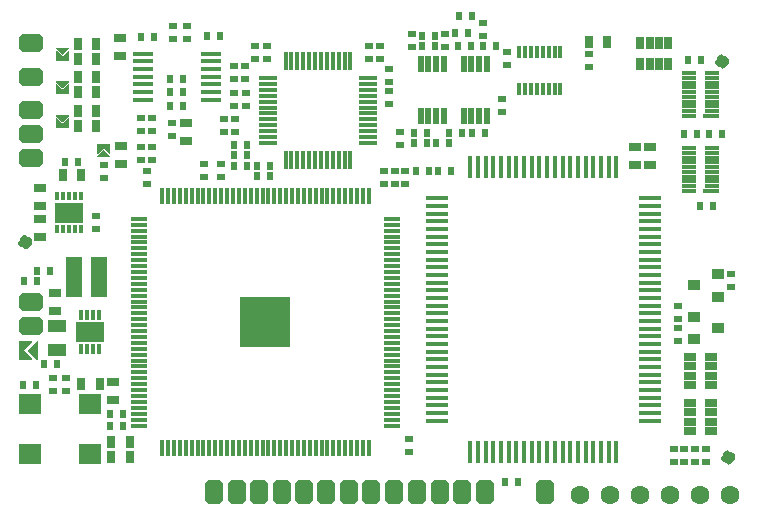
<source format=gts>
G04*
G04 #@! TF.GenerationSoftware,Altium Limited,Altium Designer,22.6.1 (34)*
G04*
G04 Layer_Color=8388736*
%FSLAX24Y24*%
%MOIN*%
G70*
G04*
G04 #@! TF.SameCoordinates,BFD713BD-E5D5-4BF8-98F0-1AC20243F701*
G04*
G04*
G04 #@! TF.FilePolarity,Negative*
G04*
G01*
G75*
%ADD44C,0.0354*%
%ADD45R,0.0157X0.0433*%
%ADD46R,0.0197X0.0551*%
%ADD47R,0.0413X0.0256*%
%ADD48R,0.0650X0.0177*%
%ADD49R,0.0615X0.0149*%
%ADD50R,0.0149X0.0615*%
%ADD51R,0.0138X0.0354*%
%ADD52R,0.0968X0.0685*%
%ADD53R,0.0079X0.0079*%
%ADD54R,0.0748X0.0669*%
%ADD55R,0.0572X0.0149*%
%ADD56R,0.0149X0.0572*%
%ADD57R,0.1669X0.1669*%
%ADD58R,0.0492X0.0118*%
%ADD59R,0.0531X0.0118*%
%ADD60R,0.0079X0.0079*%
G04:AMPARAMS|DCode=61|XSize=63mil|YSize=82.7mil|CornerRadius=0mil|HoleSize=0mil|Usage=FLASHONLY|Rotation=90.000|XOffset=0mil|YOffset=0mil|HoleType=Round|Shape=Octagon|*
%AMOCTAGOND61*
4,1,8,-0.0413,-0.0157,-0.0413,0.0157,-0.0256,0.0315,0.0256,0.0315,0.0413,0.0157,0.0413,-0.0157,0.0256,-0.0315,-0.0256,-0.0315,-0.0413,-0.0157,0.0*
%
%ADD61OCTAGOND61*%

%ADD62R,0.0748X0.0177*%
%ADD63R,0.0177X0.0748*%
%ADD64R,0.0394X0.0354*%
%ADD65R,0.0236X0.0276*%
%ADD66R,0.0138X0.0315*%
%ADD67R,0.0957X0.0689*%
%ADD68R,0.0551X0.1378*%
%ADD69R,0.0276X0.0236*%
%ADD70R,0.0591X0.0433*%
%ADD71R,0.0433X0.0295*%
%ADD72R,0.0295X0.0433*%
%ADD73R,0.0295X0.0394*%
%ADD74R,0.0394X0.0295*%
G04:AMPARAMS|DCode=75|XSize=63mil|YSize=82.7mil|CornerRadius=0mil|HoleSize=0mil|Usage=FLASHONLY|Rotation=180.000|XOffset=0mil|YOffset=0mil|HoleType=Round|Shape=Octagon|*
%AMOCTAGOND75*
4,1,8,0.0157,-0.0413,-0.0157,-0.0413,-0.0315,-0.0256,-0.0315,0.0256,-0.0157,0.0413,0.0157,0.0413,0.0315,0.0256,0.0315,-0.0256,0.0157,-0.0413,0.0*
%
%ADD75OCTAGOND75*%

%ADD76R,0.0256X0.0413*%
%ADD77C,0.0630*%
%ADD78C,0.1220*%
G36*
X1854Y15423D02*
X1858Y15422D01*
X1861Y15420D01*
X1864Y15418D01*
X1867Y15415D01*
X1869Y15411D01*
X1870Y15407D01*
X1870Y15404D01*
X1870Y15400D01*
X1870Y15400D01*
X1869Y15396D01*
X1867Y15393D01*
X1865Y15391D01*
X1864Y15390D01*
X1864Y15390D01*
X1668Y15193D01*
X1665Y15190D01*
X1661Y15188D01*
X1657Y15187D01*
X1654Y15187D01*
X1650Y15187D01*
X1646Y15188D01*
X1643Y15190D01*
X1640Y15193D01*
X1640Y15193D01*
X1443Y15390D01*
X1440Y15393D01*
X1438Y15396D01*
X1438Y15397D01*
X1437Y15400D01*
X1437Y15402D01*
X1437Y15404D01*
X1437Y15405D01*
X1437Y15407D01*
X1438Y15410D01*
X1438Y15411D01*
X1440Y15415D01*
X1443Y15418D01*
X1446Y15420D01*
X1449Y15422D01*
X1450Y15422D01*
X1453Y15423D01*
X1455Y15423D01*
X1457Y15423D01*
X1457Y15423D01*
X1850D01*
X1850Y15423D01*
X1854Y15423D01*
D02*
G37*
G36*
Y15325D02*
X1858Y15323D01*
X1861Y15322D01*
X1864Y15319D01*
X1867Y15316D01*
X1869Y15313D01*
X1870Y15309D01*
X1870Y15305D01*
X1870Y15305D01*
Y15010D01*
X1870Y15006D01*
X1869Y15002D01*
X1867Y14999D01*
X1864Y14996D01*
X1861Y14993D01*
X1858Y14992D01*
X1854Y14990D01*
X1850Y14990D01*
X1457D01*
X1453Y14990D01*
X1449Y14992D01*
X1446Y14993D01*
X1443Y14996D01*
X1440Y14999D01*
X1438Y15002D01*
X1437Y15006D01*
X1437Y15010D01*
Y15305D01*
X1437Y15305D01*
X1437Y15307D01*
X1437Y15309D01*
X1438Y15312D01*
X1438Y15313D01*
X1440Y15316D01*
X1443Y15319D01*
X1446Y15322D01*
X1449Y15323D01*
X1450Y15324D01*
X1453Y15325D01*
X1455Y15325D01*
X1457Y15325D01*
X1459Y15325D01*
X1461Y15325D01*
X1463Y15324D01*
X1464Y15323D01*
X1468Y15322D01*
X1471Y15319D01*
X1654Y15136D01*
X1836Y15319D01*
X1839Y15322D01*
X1843Y15323D01*
X1847Y15325D01*
X1850Y15325D01*
X1854Y15325D01*
D02*
G37*
G36*
Y14301D02*
X1858Y14300D01*
X1861Y14298D01*
X1864Y14295D01*
X1867Y14292D01*
X1869Y14289D01*
X1870Y14285D01*
X1870Y14282D01*
X1870Y14278D01*
X1870Y14278D01*
X1869Y14274D01*
X1867Y14271D01*
X1865Y14269D01*
X1864Y14268D01*
X1864Y14267D01*
X1668Y14071D01*
X1665Y14068D01*
X1661Y14066D01*
X1657Y14065D01*
X1654Y14065D01*
X1650Y14065D01*
X1646Y14066D01*
X1643Y14068D01*
X1640Y14071D01*
X1640Y14071D01*
X1443Y14268D01*
X1440Y14271D01*
X1438Y14274D01*
X1438Y14275D01*
X1437Y14278D01*
X1437Y14280D01*
X1437Y14282D01*
X1437Y14283D01*
X1437Y14285D01*
X1438Y14288D01*
X1438Y14289D01*
X1440Y14292D01*
X1443Y14295D01*
X1446Y14298D01*
X1449Y14300D01*
X1450Y14300D01*
X1453Y14301D01*
X1455Y14301D01*
X1457Y14301D01*
X1457Y14301D01*
X1850D01*
X1850Y14301D01*
X1854Y14301D01*
D02*
G37*
G36*
Y14202D02*
X1858Y14201D01*
X1861Y14200D01*
X1864Y14197D01*
X1867Y14194D01*
X1869Y14191D01*
X1870Y14187D01*
X1870Y14183D01*
X1870Y14183D01*
Y13888D01*
X1870Y13884D01*
X1869Y13880D01*
X1867Y13877D01*
X1864Y13874D01*
X1861Y13871D01*
X1858Y13870D01*
X1854Y13868D01*
X1850Y13868D01*
X1457D01*
X1453Y13868D01*
X1449Y13870D01*
X1446Y13871D01*
X1443Y13874D01*
X1440Y13877D01*
X1438Y13880D01*
X1437Y13884D01*
X1437Y13888D01*
Y14183D01*
X1437Y14183D01*
X1437Y14185D01*
X1437Y14187D01*
X1438Y14190D01*
X1438Y14191D01*
X1440Y14194D01*
X1443Y14197D01*
X1446Y14200D01*
X1449Y14201D01*
X1450Y14202D01*
X1453Y14202D01*
X1455Y14203D01*
X1457Y14203D01*
X1459Y14203D01*
X1461Y14202D01*
X1463Y14202D01*
X1464Y14201D01*
X1468Y14200D01*
X1471Y14197D01*
X1654Y14014D01*
X1836Y14197D01*
X1839Y14200D01*
X1843Y14201D01*
X1847Y14202D01*
X1850Y14203D01*
X1854Y14202D01*
D02*
G37*
G36*
Y13179D02*
X1858Y13178D01*
X1861Y13176D01*
X1864Y13173D01*
X1867Y13170D01*
X1869Y13167D01*
X1870Y13163D01*
X1870Y13159D01*
X1870Y13156D01*
X1870Y13156D01*
X1869Y13152D01*
X1867Y13148D01*
X1865Y13147D01*
X1864Y13145D01*
X1864Y13145D01*
X1668Y12949D01*
X1665Y12946D01*
X1661Y12944D01*
X1657Y12943D01*
X1654Y12943D01*
X1650Y12943D01*
X1646Y12944D01*
X1643Y12946D01*
X1640Y12949D01*
X1640Y12949D01*
X1443Y13145D01*
X1440Y13148D01*
X1438Y13152D01*
X1438Y13153D01*
X1437Y13156D01*
X1437Y13158D01*
X1437Y13159D01*
X1437Y13161D01*
X1437Y13163D01*
X1438Y13166D01*
X1438Y13167D01*
X1440Y13170D01*
X1443Y13173D01*
X1446Y13176D01*
X1449Y13178D01*
X1450Y13178D01*
X1453Y13179D01*
X1455Y13179D01*
X1457Y13179D01*
X1457Y13179D01*
X1850D01*
X1850Y13179D01*
X1854Y13179D01*
D02*
G37*
G36*
Y13080D02*
X1858Y13079D01*
X1861Y13077D01*
X1864Y13075D01*
X1867Y13072D01*
X1869Y13069D01*
X1870Y13065D01*
X1870Y13061D01*
X1870Y13061D01*
Y12766D01*
X1870Y12762D01*
X1869Y12758D01*
X1867Y12755D01*
X1864Y12752D01*
X1861Y12749D01*
X1858Y12747D01*
X1854Y12746D01*
X1850Y12746D01*
X1457D01*
X1453Y12746D01*
X1449Y12747D01*
X1446Y12749D01*
X1443Y12752D01*
X1440Y12755D01*
X1438Y12758D01*
X1437Y12762D01*
X1437Y12766D01*
Y13061D01*
X1437Y13061D01*
X1437Y13063D01*
X1437Y13065D01*
X1438Y13068D01*
X1438Y13069D01*
X1440Y13072D01*
X1443Y13075D01*
X1446Y13077D01*
X1449Y13079D01*
X1450Y13080D01*
X1453Y13080D01*
X1455Y13081D01*
X1457Y13081D01*
X1459Y13081D01*
X1461Y13080D01*
X1463Y13080D01*
X1464Y13079D01*
X1468Y13077D01*
X1471Y13075D01*
X1654Y12892D01*
X1836Y13075D01*
X1839Y13077D01*
X1843Y13079D01*
X1847Y13080D01*
X1850Y13081D01*
X1854Y13080D01*
D02*
G37*
G36*
X3222Y12214D02*
X3226Y12213D01*
X3229Y12211D01*
X3232Y12209D01*
X3235Y12206D01*
X3237Y12202D01*
X3238Y12199D01*
X3238Y12195D01*
Y11900D01*
X3238Y11900D01*
X3238Y11898D01*
X3238Y11896D01*
X3237Y11893D01*
X3237Y11892D01*
X3235Y11889D01*
X3232Y11886D01*
X3229Y11883D01*
X3226Y11881D01*
X3225Y11881D01*
X3222Y11880D01*
X3220Y11880D01*
X3219Y11880D01*
X3217Y11880D01*
X3215Y11880D01*
X3212Y11881D01*
X3211Y11881D01*
X3208Y11883D01*
X3205Y11886D01*
X3022Y12068D01*
X2839Y11886D01*
X2836Y11883D01*
X2832Y11881D01*
X2829Y11880D01*
X2825Y11880D01*
X2821Y11880D01*
X2817Y11881D01*
X2814Y11883D01*
X2811Y11886D01*
X2808Y11889D01*
X2807Y11892D01*
X2805Y11896D01*
X2805Y11900D01*
X2805Y11900D01*
Y12195D01*
X2805Y12199D01*
X2807Y12202D01*
X2808Y12206D01*
X2811Y12209D01*
X2814Y12211D01*
X2817Y12213D01*
X2821Y12214D01*
X2825Y12215D01*
X3219D01*
X3222Y12214D01*
D02*
G37*
G36*
X3026Y12017D02*
X3029Y12016D01*
X3033Y12014D01*
X3036Y12012D01*
X3036Y12012D01*
X3232Y11815D01*
X3235Y11812D01*
X3237Y11809D01*
X3237Y11808D01*
X3238Y11805D01*
X3238Y11803D01*
X3238Y11801D01*
X3238Y11799D01*
X3238Y11797D01*
X3237Y11794D01*
X3237Y11794D01*
X3235Y11790D01*
X3232Y11787D01*
X3229Y11785D01*
X3226Y11783D01*
X3225Y11783D01*
X3222Y11782D01*
X3220Y11782D01*
X3219Y11781D01*
X3218Y11781D01*
X2825D01*
X2825Y11781D01*
X2821Y11782D01*
X2817Y11783D01*
X2814Y11785D01*
X2811Y11787D01*
X2808Y11790D01*
X2807Y11794D01*
X2805Y11797D01*
X2805Y11801D01*
X2805Y11805D01*
X2805Y11805D01*
X2807Y11809D01*
X2808Y11812D01*
X2810Y11814D01*
X2811Y11815D01*
X2811Y11815D01*
X3008Y12012D01*
X3011Y12014D01*
X3014Y12016D01*
X3018Y12017D01*
X3022Y12018D01*
X3026Y12017D01*
D02*
G37*
G36*
X809Y5650D02*
X811Y5649D01*
X814Y5648D01*
X815Y5648D01*
X818Y5646D01*
X821Y5644D01*
X824Y5641D01*
X825Y5637D01*
X826Y5637D01*
X826Y5634D01*
X827Y5632D01*
X827Y5630D01*
X827Y5630D01*
Y5039D01*
X827Y5039D01*
X827Y5037D01*
X826Y5036D01*
X826Y5033D01*
X825Y5032D01*
X824Y5028D01*
X821Y5025D01*
X818Y5023D01*
X815Y5021D01*
X814Y5021D01*
X811Y5020D01*
X809Y5020D01*
X807Y5020D01*
X805Y5020D01*
X803Y5020D01*
X800Y5021D01*
X800Y5021D01*
X796Y5023D01*
X793Y5025D01*
X498Y5321D01*
X495Y5324D01*
X494Y5327D01*
X492Y5331D01*
X492Y5335D01*
X492Y5339D01*
X493Y5341D01*
X494Y5342D01*
X495Y5346D01*
X498Y5349D01*
X498Y5349D01*
X793Y5644D01*
X796Y5646D01*
X800Y5648D01*
X800Y5648D01*
X803Y5649D01*
X805Y5650D01*
X807Y5650D01*
X809Y5650D01*
D02*
G37*
G36*
X622Y5650D02*
X624Y5649D01*
X628Y5648D01*
X631Y5646D01*
X634Y5644D01*
X637Y5641D01*
X638Y5637D01*
X639Y5637D01*
X639Y5634D01*
X640Y5632D01*
X640Y5630D01*
X640Y5628D01*
X639Y5626D01*
X638Y5622D01*
X637Y5619D01*
X634Y5616D01*
X353Y5335D01*
X634Y5053D01*
X634Y5053D01*
X635Y5052D01*
X637Y5050D01*
X638Y5047D01*
X639Y5043D01*
X640Y5043D01*
X640Y5039D01*
X639Y5036D01*
X638Y5032D01*
X637Y5028D01*
X634Y5025D01*
X631Y5023D01*
X628Y5021D01*
X624Y5020D01*
X620Y5020D01*
X620Y5020D01*
X217Y5020D01*
X213Y5020D01*
X209Y5021D01*
X206Y5023D01*
X203Y5025D01*
X200Y5028D01*
X198Y5032D01*
X197Y5036D01*
X197Y5039D01*
Y5630D01*
X197Y5634D01*
X198Y5637D01*
X200Y5641D01*
X203Y5644D01*
X206Y5646D01*
X209Y5648D01*
X213Y5649D01*
X217Y5650D01*
X620D01*
X620Y5650D01*
X622Y5650D01*
D02*
G37*
D44*
X463Y8937D02*
G03*
X463Y8937I-59J0D01*
G01*
X23898Y1762D02*
G03*
X23898Y1762I-59J0D01*
G01*
X23691Y14961D02*
G03*
X23691Y14961I-59J0D01*
G01*
D45*
X17067Y14055D02*
D03*
X16870D02*
D03*
X17264D02*
D03*
X16870Y15276D02*
D03*
X17067D02*
D03*
X17657Y14055D02*
D03*
X17854D02*
D03*
X17461D02*
D03*
X18051D02*
D03*
X18248D02*
D03*
X17657Y15276D02*
D03*
X17264D02*
D03*
X17461D02*
D03*
X17854D02*
D03*
X18248D02*
D03*
X18051D02*
D03*
D46*
X14360Y14892D02*
D03*
X14104D02*
D03*
X13848D02*
D03*
X14360Y13159D02*
D03*
X13848D02*
D03*
X14104D02*
D03*
X13593Y14892D02*
D03*
Y13159D02*
D03*
X15276D02*
D03*
X15020D02*
D03*
Y14892D02*
D03*
X15787Y13159D02*
D03*
X15531D02*
D03*
X15787Y14892D02*
D03*
X15276D02*
D03*
X15531D02*
D03*
D47*
X23268Y3583D02*
D03*
Y3268D02*
D03*
Y2638D02*
D03*
Y2953D02*
D03*
X22559Y3583D02*
D03*
Y3268D02*
D03*
Y2638D02*
D03*
Y2953D02*
D03*
Y5118D02*
D03*
Y4803D02*
D03*
Y4488D02*
D03*
Y4173D02*
D03*
X23268Y5118D02*
D03*
Y4803D02*
D03*
Y4488D02*
D03*
Y4173D02*
D03*
D48*
X6594Y14961D02*
D03*
Y14705D02*
D03*
Y15217D02*
D03*
Y14193D02*
D03*
Y14449D02*
D03*
Y13937D02*
D03*
Y13681D02*
D03*
X4331Y13937D02*
D03*
Y14193D02*
D03*
Y14961D02*
D03*
Y15217D02*
D03*
Y14449D02*
D03*
Y14705D02*
D03*
Y13681D02*
D03*
D49*
X11827Y14409D02*
D03*
Y14016D02*
D03*
Y13819D02*
D03*
Y14213D02*
D03*
Y13622D02*
D03*
Y13425D02*
D03*
Y13228D02*
D03*
Y12835D02*
D03*
Y12638D02*
D03*
Y13032D02*
D03*
Y12441D02*
D03*
Y12244D02*
D03*
X8507Y14409D02*
D03*
Y14016D02*
D03*
Y13819D02*
D03*
Y14213D02*
D03*
Y13622D02*
D03*
Y13425D02*
D03*
Y13228D02*
D03*
Y12835D02*
D03*
Y12638D02*
D03*
Y13032D02*
D03*
Y12441D02*
D03*
Y12244D02*
D03*
D50*
X11053Y14987D02*
D03*
X11250D02*
D03*
X10659D02*
D03*
X10856D02*
D03*
X10463D02*
D03*
X10266D02*
D03*
X11053Y11667D02*
D03*
X11250D02*
D03*
X10659D02*
D03*
X10856D02*
D03*
X10463D02*
D03*
X10266D02*
D03*
X9872Y14987D02*
D03*
X10069D02*
D03*
X9478D02*
D03*
X9675D02*
D03*
X9281D02*
D03*
X9085D02*
D03*
X9872Y11667D02*
D03*
X10069D02*
D03*
X9478D02*
D03*
X9675D02*
D03*
X9281D02*
D03*
X9085D02*
D03*
D51*
X2874Y6514D02*
D03*
X2480D02*
D03*
X2283D02*
D03*
X2677D02*
D03*
X2480Y5376D02*
D03*
X2874D02*
D03*
X2677D02*
D03*
X2283D02*
D03*
D52*
X2579Y5945D02*
D03*
D53*
X689Y5335D02*
D03*
X236D02*
D03*
D54*
X2575Y3543D02*
D03*
Y1890D02*
D03*
X575Y3543D02*
D03*
Y1890D02*
D03*
D55*
X12617Y9518D02*
D03*
Y9715D02*
D03*
Y8927D02*
D03*
Y8730D02*
D03*
Y9124D02*
D03*
Y8337D02*
D03*
Y8140D02*
D03*
Y8533D02*
D03*
Y9321D02*
D03*
Y7746D02*
D03*
Y7943D02*
D03*
Y7156D02*
D03*
Y6959D02*
D03*
Y7352D02*
D03*
Y6565D02*
D03*
Y6368D02*
D03*
Y6762D02*
D03*
Y7549D02*
D03*
Y5974D02*
D03*
Y5778D02*
D03*
Y6171D02*
D03*
Y5187D02*
D03*
Y4990D02*
D03*
Y5384D02*
D03*
Y4596D02*
D03*
Y4400D02*
D03*
Y4793D02*
D03*
Y5581D02*
D03*
Y4006D02*
D03*
Y4203D02*
D03*
Y3809D02*
D03*
Y3415D02*
D03*
Y3612D02*
D03*
Y3022D02*
D03*
Y2825D02*
D03*
Y3219D02*
D03*
X4214Y9518D02*
D03*
Y9715D02*
D03*
Y9321D02*
D03*
Y8927D02*
D03*
Y8730D02*
D03*
Y9124D02*
D03*
Y8337D02*
D03*
Y8140D02*
D03*
Y8533D02*
D03*
Y7746D02*
D03*
Y7943D02*
D03*
Y7549D02*
D03*
Y7156D02*
D03*
Y6959D02*
D03*
Y7352D02*
D03*
Y6565D02*
D03*
Y6368D02*
D03*
Y6762D02*
D03*
Y5974D02*
D03*
Y5778D02*
D03*
Y6171D02*
D03*
Y5187D02*
D03*
Y4990D02*
D03*
Y5384D02*
D03*
Y4596D02*
D03*
Y4400D02*
D03*
Y4793D02*
D03*
Y5581D02*
D03*
Y4006D02*
D03*
Y4203D02*
D03*
Y3809D02*
D03*
Y3415D02*
D03*
Y3612D02*
D03*
Y3022D02*
D03*
Y2825D02*
D03*
Y3219D02*
D03*
D56*
X11860Y10471D02*
D03*
X11073D02*
D03*
X11270D02*
D03*
X10876D02*
D03*
X11663D02*
D03*
X11467D02*
D03*
X9892D02*
D03*
X10089D02*
D03*
X9695D02*
D03*
X10482D02*
D03*
X10679D02*
D03*
X10285D02*
D03*
X9301D02*
D03*
X9498D02*
D03*
X9104D02*
D03*
X8711D02*
D03*
X8907D02*
D03*
X8514D02*
D03*
X11860Y2068D02*
D03*
X10876D02*
D03*
X11073D02*
D03*
X10679D02*
D03*
X11467D02*
D03*
X11663D02*
D03*
X11270D02*
D03*
X9695D02*
D03*
X9892D02*
D03*
X9498D02*
D03*
X10285D02*
D03*
X10482D02*
D03*
X10089D02*
D03*
X9104D02*
D03*
X9301D02*
D03*
X8907D02*
D03*
X8711D02*
D03*
X8514D02*
D03*
X7530Y10471D02*
D03*
X7726D02*
D03*
X7333D02*
D03*
X8120D02*
D03*
X8317D02*
D03*
X7923D02*
D03*
X6545D02*
D03*
X6742D02*
D03*
X6348D02*
D03*
X7136D02*
D03*
X6939D02*
D03*
X6152D02*
D03*
X5955D02*
D03*
X5167D02*
D03*
X5364D02*
D03*
X4970D02*
D03*
X5758D02*
D03*
X5561D02*
D03*
X7726Y2068D02*
D03*
X7923D02*
D03*
X7530D02*
D03*
X8120D02*
D03*
X8317D02*
D03*
X6742D02*
D03*
X6939D02*
D03*
X6545D02*
D03*
X7136D02*
D03*
X7333D02*
D03*
X6152D02*
D03*
X6348D02*
D03*
X5955D02*
D03*
X5167D02*
D03*
X5364D02*
D03*
X4970D02*
D03*
X5758D02*
D03*
X5561D02*
D03*
D57*
X8415Y6270D02*
D03*
D58*
X23297Y14095D02*
D03*
Y13937D02*
D03*
Y14252D02*
D03*
Y13622D02*
D03*
Y13780D02*
D03*
Y14409D02*
D03*
Y14567D02*
D03*
Y13307D02*
D03*
Y13465D02*
D03*
X22530Y13780D02*
D03*
Y13937D02*
D03*
Y14409D02*
D03*
Y14567D02*
D03*
Y14095D02*
D03*
Y14252D02*
D03*
Y13150D02*
D03*
Y13622D02*
D03*
Y13307D02*
D03*
Y13465D02*
D03*
Y12067D02*
D03*
Y11909D02*
D03*
Y11752D02*
D03*
Y11594D02*
D03*
Y11437D02*
D03*
Y11280D02*
D03*
Y11122D02*
D03*
Y10965D02*
D03*
Y10807D02*
D03*
Y10650D02*
D03*
X23297Y11122D02*
D03*
Y11280D02*
D03*
Y10965D02*
D03*
Y10807D02*
D03*
Y11437D02*
D03*
Y12067D02*
D03*
Y11909D02*
D03*
Y11752D02*
D03*
Y11594D02*
D03*
D59*
X23278Y13150D02*
D03*
Y10650D02*
D03*
D60*
X1654Y13140D02*
D03*
Y12785D02*
D03*
X3022Y12175D02*
D03*
Y11821D02*
D03*
X1654Y13907D02*
D03*
Y14262D02*
D03*
Y15030D02*
D03*
Y15384D02*
D03*
D61*
X591Y13327D02*
D03*
Y6142D02*
D03*
Y12539D02*
D03*
Y6929D02*
D03*
Y11752D02*
D03*
Y15571D02*
D03*
Y14449D02*
D03*
D62*
X21220Y10148D02*
D03*
Y10404D02*
D03*
Y9636D02*
D03*
Y9380D02*
D03*
Y9892D02*
D03*
Y7589D02*
D03*
Y7844D02*
D03*
Y7077D02*
D03*
Y6821D02*
D03*
Y7333D02*
D03*
Y8868D02*
D03*
Y8612D02*
D03*
Y9124D02*
D03*
Y8356D02*
D03*
Y8100D02*
D03*
Y5285D02*
D03*
Y5797D02*
D03*
Y5541D02*
D03*
Y4774D02*
D03*
Y5030D02*
D03*
Y6309D02*
D03*
Y6053D02*
D03*
Y6565D02*
D03*
Y3750D02*
D03*
Y3494D02*
D03*
Y4006D02*
D03*
Y3238D02*
D03*
Y2982D02*
D03*
Y4518D02*
D03*
Y4262D02*
D03*
X14134Y10148D02*
D03*
Y9892D02*
D03*
Y10404D02*
D03*
Y9380D02*
D03*
Y9124D02*
D03*
Y9636D02*
D03*
Y7333D02*
D03*
Y7077D02*
D03*
Y7589D02*
D03*
Y6565D02*
D03*
Y6309D02*
D03*
Y6821D02*
D03*
Y8612D02*
D03*
Y8356D02*
D03*
Y8868D02*
D03*
Y8100D02*
D03*
Y7844D02*
D03*
Y4518D02*
D03*
Y5030D02*
D03*
Y4774D02*
D03*
Y4262D02*
D03*
Y6053D02*
D03*
Y5797D02*
D03*
Y5541D02*
D03*
Y5285D02*
D03*
Y3750D02*
D03*
Y3494D02*
D03*
Y4006D02*
D03*
Y3238D02*
D03*
Y2982D02*
D03*
D63*
X18829Y11457D02*
D03*
X19085D02*
D03*
X18317D02*
D03*
X18573D02*
D03*
X19596D02*
D03*
X19852D02*
D03*
X19341D02*
D03*
X17293D02*
D03*
X17037D02*
D03*
X17805D02*
D03*
X18061D02*
D03*
X17549D02*
D03*
X20108D02*
D03*
X17293Y1929D02*
D03*
X17549D02*
D03*
X17037D02*
D03*
X19341D02*
D03*
X19596D02*
D03*
X19085D02*
D03*
X20108D02*
D03*
X19852D02*
D03*
X18061D02*
D03*
X18317D02*
D03*
X17805D02*
D03*
X18573D02*
D03*
X18829D02*
D03*
X16014Y11457D02*
D03*
X16270D02*
D03*
X15502D02*
D03*
X15758D02*
D03*
X16781D02*
D03*
X16526D02*
D03*
X15246D02*
D03*
X16526Y1929D02*
D03*
X16782D02*
D03*
X16270D02*
D03*
X15246D02*
D03*
X15758D02*
D03*
X16014D02*
D03*
X15502D02*
D03*
D64*
X23494Y7874D02*
D03*
Y7126D02*
D03*
X22707Y7500D02*
D03*
X23494Y6083D02*
D03*
X22707Y6457D02*
D03*
Y5709D02*
D03*
D65*
X22500Y15010D02*
D03*
X22933D02*
D03*
X1742Y11604D02*
D03*
X2175D02*
D03*
X354Y7657D02*
D03*
X787D02*
D03*
X787Y7992D02*
D03*
X1220D02*
D03*
X1043Y4872D02*
D03*
X1476D02*
D03*
X5679Y14390D02*
D03*
X5246D02*
D03*
X5679Y13937D02*
D03*
X5246D02*
D03*
X5679Y13484D02*
D03*
X5246D02*
D03*
X7382Y11486D02*
D03*
X7815D02*
D03*
X8120D02*
D03*
X8553D02*
D03*
X13366Y12579D02*
D03*
X13799D02*
D03*
X13366Y12234D02*
D03*
X13799D02*
D03*
X6476Y15811D02*
D03*
X6909D02*
D03*
X14547Y12234D02*
D03*
X14114D02*
D03*
X14055Y15472D02*
D03*
X13622D02*
D03*
X14055Y15817D02*
D03*
X13622D02*
D03*
X15157Y15906D02*
D03*
X14724D02*
D03*
X16093Y15472D02*
D03*
X15659D02*
D03*
X15285Y12579D02*
D03*
X15718D02*
D03*
X14980D02*
D03*
X14547D02*
D03*
X14862Y16467D02*
D03*
X15295D02*
D03*
X14833Y15472D02*
D03*
X15266D02*
D03*
X16398Y945D02*
D03*
X16831D02*
D03*
X14596Y11309D02*
D03*
X14163D02*
D03*
X13868Y11309D02*
D03*
X13435D02*
D03*
X4252Y15768D02*
D03*
X4685D02*
D03*
X7815Y12175D02*
D03*
X7382D02*
D03*
X7815Y11831D02*
D03*
X7382D02*
D03*
X22382Y12530D02*
D03*
X22815D02*
D03*
X23642D02*
D03*
X23209D02*
D03*
X23327Y10148D02*
D03*
X22894D02*
D03*
X3219Y3219D02*
D03*
X3652D02*
D03*
X8553Y11142D02*
D03*
X8120D02*
D03*
X3228Y2825D02*
D03*
X3661D02*
D03*
X758Y4163D02*
D03*
X325D02*
D03*
D66*
X2254Y10482D02*
D03*
X2057D02*
D03*
X1860D02*
D03*
X1663D02*
D03*
X2254Y9360D02*
D03*
X1663D02*
D03*
X2057D02*
D03*
X1860D02*
D03*
X1467Y10482D02*
D03*
Y9360D02*
D03*
D67*
X1860Y9921D02*
D03*
D68*
X2864Y7776D02*
D03*
X2037D02*
D03*
D69*
X22165Y5640D02*
D03*
Y6073D02*
D03*
X19193Y14774D02*
D03*
Y15207D02*
D03*
X22165Y6388D02*
D03*
Y6821D02*
D03*
X23927Y7441D02*
D03*
Y7874D02*
D03*
X2756Y9803D02*
D03*
Y9370D02*
D03*
X4626Y12657D02*
D03*
Y13091D02*
D03*
X4252D02*
D03*
Y12657D02*
D03*
X7372Y14360D02*
D03*
Y14793D02*
D03*
X7382Y13484D02*
D03*
Y13917D02*
D03*
X7028Y13032D02*
D03*
Y12598D02*
D03*
X7746Y14360D02*
D03*
Y14793D02*
D03*
X7756Y13484D02*
D03*
Y13917D02*
D03*
X7392Y13032D02*
D03*
Y12598D02*
D03*
X12519Y14269D02*
D03*
Y14702D02*
D03*
X12520Y13533D02*
D03*
Y13967D02*
D03*
X12913Y12618D02*
D03*
Y12185D02*
D03*
X5797Y15718D02*
D03*
Y16152D02*
D03*
X14390Y15886D02*
D03*
Y15453D02*
D03*
X15659Y15807D02*
D03*
Y16240D02*
D03*
X5344Y15718D02*
D03*
Y16152D02*
D03*
X3022Y11516D02*
D03*
Y11083D02*
D03*
X6918Y11117D02*
D03*
Y11550D02*
D03*
X6378Y11112D02*
D03*
Y11545D02*
D03*
X23091Y2037D02*
D03*
Y1604D02*
D03*
X22736D02*
D03*
Y2037D02*
D03*
X22382Y1604D02*
D03*
Y2037D02*
D03*
X1752Y3976D02*
D03*
Y4409D02*
D03*
X1348Y3976D02*
D03*
Y4409D02*
D03*
X4626Y12106D02*
D03*
Y11673D02*
D03*
X4252D02*
D03*
Y12106D02*
D03*
X5305Y12490D02*
D03*
Y12923D02*
D03*
X8081Y15059D02*
D03*
Y15492D02*
D03*
X8455Y15059D02*
D03*
Y15492D02*
D03*
X12234Y15059D02*
D03*
Y15492D02*
D03*
X11880Y15059D02*
D03*
Y15492D02*
D03*
X13297Y15886D02*
D03*
Y15453D02*
D03*
X16457Y14843D02*
D03*
Y15276D02*
D03*
X16289Y13711D02*
D03*
Y13278D02*
D03*
X22028Y1604D02*
D03*
Y2037D02*
D03*
X13081Y11309D02*
D03*
Y10876D02*
D03*
X12726Y11309D02*
D03*
Y10876D02*
D03*
X4459Y11309D02*
D03*
Y10876D02*
D03*
X12372Y11309D02*
D03*
Y10876D02*
D03*
X13189Y1949D02*
D03*
Y2382D02*
D03*
D70*
X1476Y5344D02*
D03*
Y6132D02*
D03*
D71*
X906Y10138D02*
D03*
Y10748D02*
D03*
X21230Y11516D02*
D03*
Y12126D02*
D03*
X3602Y11545D02*
D03*
Y12156D02*
D03*
X20738Y11516D02*
D03*
Y12126D02*
D03*
X3337Y4291D02*
D03*
Y3681D02*
D03*
X906Y9724D02*
D03*
Y9114D02*
D03*
X1398Y6644D02*
D03*
Y7254D02*
D03*
X3573Y15148D02*
D03*
Y15758D02*
D03*
D72*
X2766Y15059D02*
D03*
X2156D02*
D03*
X2766Y15551D02*
D03*
X2156D02*
D03*
X2766Y13937D02*
D03*
X2156D02*
D03*
X2766Y14429D02*
D03*
X2156D02*
D03*
X2766Y12815D02*
D03*
X2156D02*
D03*
X2766Y13307D02*
D03*
X2156D02*
D03*
X2884Y4222D02*
D03*
X2274D02*
D03*
X3278Y2274D02*
D03*
X3888D02*
D03*
X3278Y1772D02*
D03*
X3888D02*
D03*
X1654Y11191D02*
D03*
X2264D02*
D03*
D73*
X19193Y15620D02*
D03*
X19803D02*
D03*
D74*
X5758Y12923D02*
D03*
Y12313D02*
D03*
D75*
X11191Y600D02*
D03*
X11949D02*
D03*
X14980D02*
D03*
X13465D02*
D03*
X8967D02*
D03*
X6693D02*
D03*
X7451D02*
D03*
X8199D02*
D03*
X9695D02*
D03*
X10443D02*
D03*
X12707D02*
D03*
X14222D02*
D03*
X17717D02*
D03*
X15738D02*
D03*
D76*
X20906Y14882D02*
D03*
X21220D02*
D03*
X21535D02*
D03*
X21850D02*
D03*
X20906Y15591D02*
D03*
X21220D02*
D03*
X21535D02*
D03*
X21850D02*
D03*
D77*
X21894Y512D02*
D03*
X20894D02*
D03*
X23894D02*
D03*
X22894D02*
D03*
X19894D02*
D03*
X18894D02*
D03*
D78*
X8415Y6270D02*
D03*
M02*

</source>
